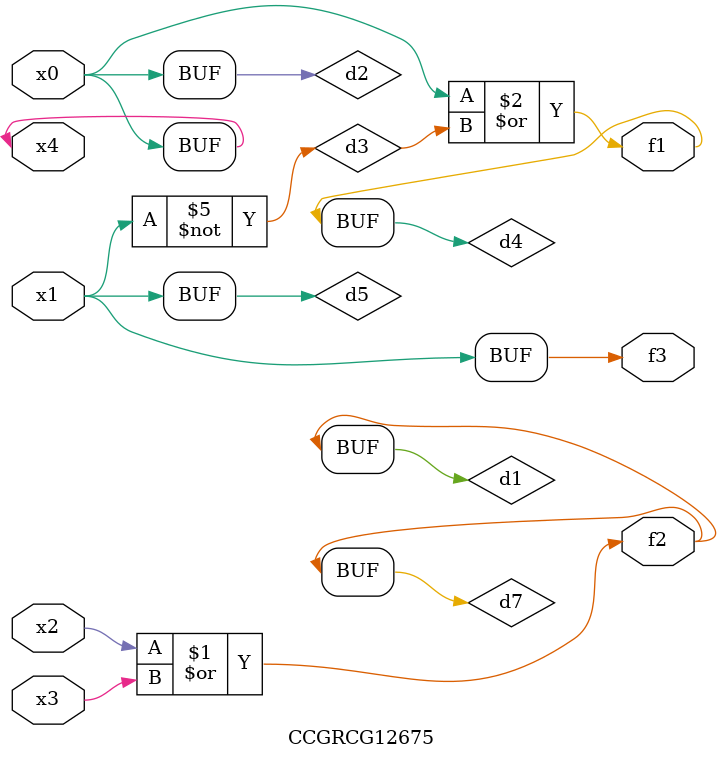
<source format=v>
module CCGRCG12675(
	input x0, x1, x2, x3, x4,
	output f1, f2, f3
);

	wire d1, d2, d3, d4, d5, d6, d7;

	or (d1, x2, x3);
	buf (d2, x0, x4);
	not (d3, x1);
	or (d4, d2, d3);
	not (d5, d3);
	nand (d6, d1, d3);
	or (d7, d1);
	assign f1 = d4;
	assign f2 = d7;
	assign f3 = d5;
endmodule

</source>
